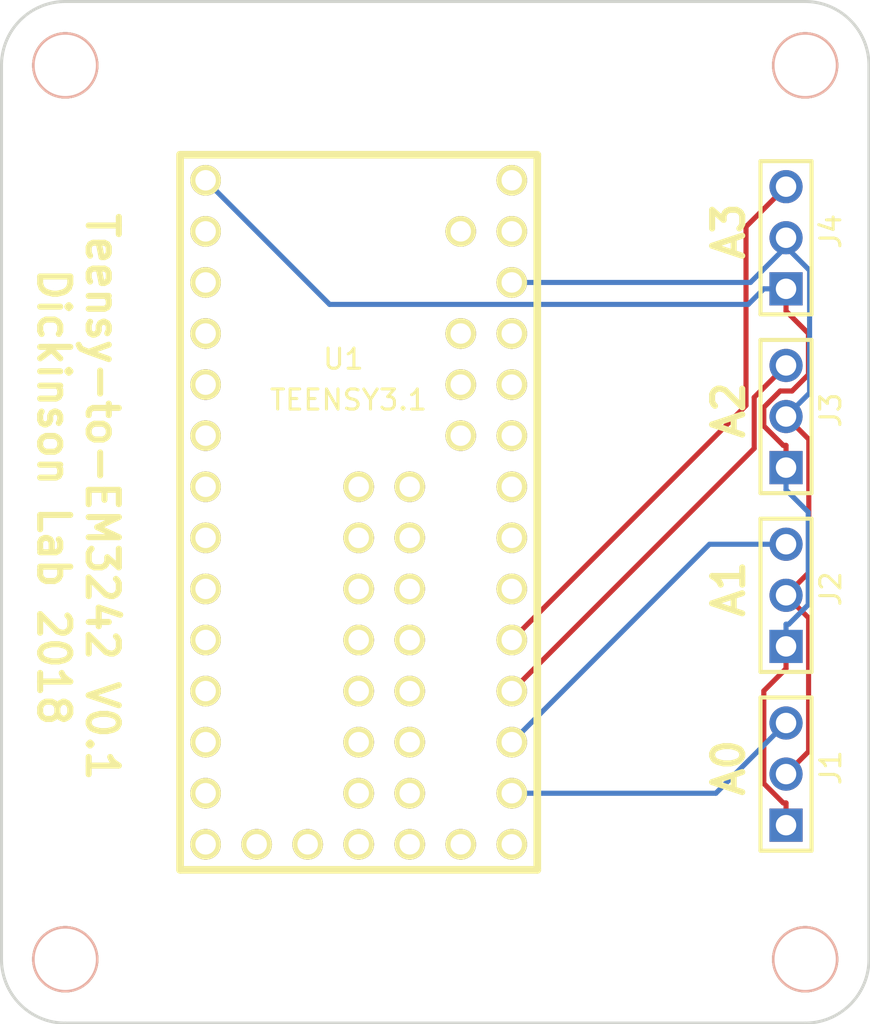
<source format=kicad_pcb>
(kicad_pcb (version 4) (host pcbnew 4.0.7-e2-6376~58~ubuntu16.04.1)

  (general
    (links 12)
    (no_connects 0)
    (area 50.724999 50.724999 94.055001 101.675001)
    (thickness 1.6)
    (drawings 13)
    (tracks 48)
    (zones 0)
    (modules 9)
    (nets 52)
  )

  (page A4)
  (layers
    (0 F.Cu signal)
    (31 B.Cu signal)
    (32 B.Adhes user)
    (33 F.Adhes user)
    (34 B.Paste user)
    (35 F.Paste user)
    (36 B.SilkS user)
    (37 F.SilkS user)
    (38 B.Mask user)
    (39 F.Mask user)
    (40 Dwgs.User user)
    (41 Cmts.User user)
    (42 Eco1.User user)
    (43 Eco2.User user)
    (44 Edge.Cuts user)
    (45 Margin user)
    (46 B.CrtYd user)
    (47 F.CrtYd user)
    (48 B.Fab user)
    (49 F.Fab user)
  )

  (setup
    (last_trace_width 0.254)
    (trace_clearance 0.1524)
    (zone_clearance 0.508)
    (zone_45_only no)
    (trace_min 0.1524)
    (segment_width 0.2)
    (edge_width 0.15)
    (via_size 0.6858)
    (via_drill 0.3302)
    (via_min_size 0.6858)
    (via_min_drill 0.3302)
    (uvia_size 0.6858)
    (uvia_drill 0.3302)
    (uvias_allowed no)
    (uvia_min_size 0)
    (uvia_min_drill 0)
    (pcb_text_width 0.3)
    (pcb_text_size 1.5 1.5)
    (mod_edge_width 0.15)
    (mod_text_size 1 1)
    (mod_text_width 0.15)
    (pad_size 1.524 1.524)
    (pad_drill 0.762)
    (pad_to_mask_clearance 0.2)
    (aux_axis_origin 0 0)
    (visible_elements FFFFFF7F)
    (pcbplotparams
      (layerselection 0x010f0_80000001)
      (usegerberextensions false)
      (excludeedgelayer true)
      (linewidth 0.100000)
      (plotframeref false)
      (viasonmask false)
      (mode 1)
      (useauxorigin false)
      (hpglpennumber 1)
      (hpglpenspeed 20)
      (hpglpendiameter 15)
      (hpglpenoverlay 2)
      (psnegative false)
      (psa4output false)
      (plotreference true)
      (plotvalue true)
      (plotinvisibletext false)
      (padsonsilk false)
      (subtractmaskfromsilk false)
      (outputformat 1)
      (mirror false)
      (drillshape 0)
      (scaleselection 1)
      (outputdirectory gerber_v0p1/))
  )

  (net 0 "")
  (net 1 /GND)
  (net 2 /3V3)
  (net 3 /A0)
  (net 4 /A1)
  (net 5 /A2)
  (net 6 /A3)
  (net 7 "Net-(U1-Pad2)")
  (net 8 "Net-(U1-Pad3)")
  (net 9 "Net-(U1-Pad4)")
  (net 10 "Net-(U1-Pad5)")
  (net 11 "Net-(U1-Pad6)")
  (net 12 "Net-(U1-Pad7)")
  (net 13 "Net-(U1-Pad8)")
  (net 14 "Net-(U1-Pad9)")
  (net 15 "Net-(U1-Pad10)")
  (net 16 "Net-(U1-Pad11)")
  (net 17 "Net-(U1-Pad12)")
  (net 18 "Net-(U1-Pad13)")
  (net 19 "Net-(U1-Pad14)")
  (net 20 "Net-(U1-Pad15)")
  (net 21 "Net-(U1-Pad16)")
  (net 22 "Net-(U1-Pad17)")
  (net 23 "Net-(U1-Pad18)")
  (net 24 "Net-(U1-Pad19)")
  (net 25 "Net-(U1-Pad20)")
  (net 26 "Net-(U1-Pad25)")
  (net 27 "Net-(U1-Pad26)")
  (net 28 "Net-(U1-Pad27)")
  (net 29 "Net-(U1-Pad28)")
  (net 30 "Net-(U1-Pad29)")
  (net 31 "Net-(U1-Pad30)")
  (net 32 "Net-(U1-Pad32)")
  (net 33 "Net-(U1-Pad33)")
  (net 34 "Net-(U1-Pad34)")
  (net 35 "Net-(U1-Pad35)")
  (net 36 "Net-(U1-Pad36)")
  (net 37 "Net-(U1-Pad37)")
  (net 38 "Net-(U1-Pad38)")
  (net 39 "Net-(U1-Pad39)")
  (net 40 "Net-(U1-Pad40)")
  (net 41 "Net-(U1-Pad41)")
  (net 42 "Net-(U1-Pad42)")
  (net 43 "Net-(U1-Pad43)")
  (net 44 "Net-(U1-Pad44)")
  (net 45 "Net-(U1-Pad45)")
  (net 46 "Net-(U1-Pad46)")
  (net 47 "Net-(U1-Pad47)")
  (net 48 "Net-(U1-Pad48)")
  (net 49 "Net-(U1-Pad49)")
  (net 50 "Net-(U1-Pad50)")
  (net 51 "Net-(U1-Pad51)")

  (net_class Default "This is the default net class."
    (clearance 0.1524)
    (trace_width 0.254)
    (via_dia 0.6858)
    (via_drill 0.3302)
    (uvia_dia 0.6858)
    (uvia_drill 0.3302)
    (add_net /3V3)
    (add_net /A0)
    (add_net /A1)
    (add_net /A2)
    (add_net /A3)
    (add_net /GND)
    (add_net "Net-(U1-Pad10)")
    (add_net "Net-(U1-Pad11)")
    (add_net "Net-(U1-Pad12)")
    (add_net "Net-(U1-Pad13)")
    (add_net "Net-(U1-Pad14)")
    (add_net "Net-(U1-Pad15)")
    (add_net "Net-(U1-Pad16)")
    (add_net "Net-(U1-Pad17)")
    (add_net "Net-(U1-Pad18)")
    (add_net "Net-(U1-Pad19)")
    (add_net "Net-(U1-Pad2)")
    (add_net "Net-(U1-Pad20)")
    (add_net "Net-(U1-Pad25)")
    (add_net "Net-(U1-Pad26)")
    (add_net "Net-(U1-Pad27)")
    (add_net "Net-(U1-Pad28)")
    (add_net "Net-(U1-Pad29)")
    (add_net "Net-(U1-Pad3)")
    (add_net "Net-(U1-Pad30)")
    (add_net "Net-(U1-Pad32)")
    (add_net "Net-(U1-Pad33)")
    (add_net "Net-(U1-Pad34)")
    (add_net "Net-(U1-Pad35)")
    (add_net "Net-(U1-Pad36)")
    (add_net "Net-(U1-Pad37)")
    (add_net "Net-(U1-Pad38)")
    (add_net "Net-(U1-Pad39)")
    (add_net "Net-(U1-Pad4)")
    (add_net "Net-(U1-Pad40)")
    (add_net "Net-(U1-Pad41)")
    (add_net "Net-(U1-Pad42)")
    (add_net "Net-(U1-Pad43)")
    (add_net "Net-(U1-Pad44)")
    (add_net "Net-(U1-Pad45)")
    (add_net "Net-(U1-Pad46)")
    (add_net "Net-(U1-Pad47)")
    (add_net "Net-(U1-Pad48)")
    (add_net "Net-(U1-Pad49)")
    (add_net "Net-(U1-Pad5)")
    (add_net "Net-(U1-Pad50)")
    (add_net "Net-(U1-Pad51)")
    (add_net "Net-(U1-Pad6)")
    (add_net "Net-(U1-Pad7)")
    (add_net "Net-(U1-Pad8)")
    (add_net "Net-(U1-Pad9)")
  )

  (module HEADER_3X1:HEADER_3X1 (layer F.Cu) (tedit 5A594CAB) (tstamp 5A594642)
    (at 89.8525 89.2175 90)
    (path /5A59436A)
    (fp_text reference J1 (at 0.3175 2.2225 90) (layer F.SilkS)
      (effects (font (size 1 1) (thickness 0.15)))
    )
    (fp_text value PIN_ARRAY_3X1 (at 0 2.54 90) (layer F.Fab) hide
      (effects (font (size 1 1) (thickness 0.15)))
    )
    (fp_line (start -3.81 -1.27) (end -3.81 1.27) (layer F.SilkS) (width 0.2032))
    (fp_line (start -3.81 1.27) (end 3.81 1.27) (layer F.SilkS) (width 0.2032))
    (fp_line (start 3.81 1.27) (end 3.81 -1.27) (layer F.SilkS) (width 0.2032))
    (fp_line (start 3.81 -1.27) (end -3.81 -1.27) (layer F.SilkS) (width 0.2032))
    (pad 1 thru_hole rect (at -2.54 0 90) (size 1.651 1.651) (drill 1.016) (layers *.Cu *.Mask)
      (net 1 /GND))
    (pad 2 thru_hole circle (at 0 0 90) (size 1.651 1.651) (drill 1.016) (layers *.Cu *.Mask)
      (net 2 /3V3))
    (pad 3 thru_hole circle (at 2.54 0 90) (size 1.651 1.651) (drill 1.016) (layers *.Cu *.Mask)
      (net 3 /A0))
  )

  (module HEADER_3X1:HEADER_3X1 (layer F.Cu) (tedit 5A594CB0) (tstamp 5A594649)
    (at 89.8525 80.3275 90)
    (path /5A5943EB)
    (fp_text reference J2 (at 0.3175 2.2225 90) (layer F.SilkS)
      (effects (font (size 1 1) (thickness 0.15)))
    )
    (fp_text value PIN_ARRAY_3X1 (at 0 2.54 90) (layer F.Fab) hide
      (effects (font (size 1 1) (thickness 0.15)))
    )
    (fp_line (start -3.81 -1.27) (end -3.81 1.27) (layer F.SilkS) (width 0.2032))
    (fp_line (start -3.81 1.27) (end 3.81 1.27) (layer F.SilkS) (width 0.2032))
    (fp_line (start 3.81 1.27) (end 3.81 -1.27) (layer F.SilkS) (width 0.2032))
    (fp_line (start 3.81 -1.27) (end -3.81 -1.27) (layer F.SilkS) (width 0.2032))
    (pad 1 thru_hole rect (at -2.54 0 90) (size 1.651 1.651) (drill 1.016) (layers *.Cu *.Mask)
      (net 1 /GND))
    (pad 2 thru_hole circle (at 0 0 90) (size 1.651 1.651) (drill 1.016) (layers *.Cu *.Mask)
      (net 2 /3V3))
    (pad 3 thru_hole circle (at 2.54 0 90) (size 1.651 1.651) (drill 1.016) (layers *.Cu *.Mask)
      (net 4 /A1))
  )

  (module HEADER_3X1:HEADER_3X1 (layer F.Cu) (tedit 5A594CB5) (tstamp 5A594650)
    (at 89.8525 71.4375 90)
    (path /5A59443E)
    (fp_text reference J3 (at 0.3175 2.2225 90) (layer F.SilkS)
      (effects (font (size 1 1) (thickness 0.15)))
    )
    (fp_text value PIN_ARRAY_3X1 (at 0 2.54 90) (layer F.Fab) hide
      (effects (font (size 1 1) (thickness 0.15)))
    )
    (fp_line (start -3.81 -1.27) (end -3.81 1.27) (layer F.SilkS) (width 0.2032))
    (fp_line (start -3.81 1.27) (end 3.81 1.27) (layer F.SilkS) (width 0.2032))
    (fp_line (start 3.81 1.27) (end 3.81 -1.27) (layer F.SilkS) (width 0.2032))
    (fp_line (start 3.81 -1.27) (end -3.81 -1.27) (layer F.SilkS) (width 0.2032))
    (pad 1 thru_hole rect (at -2.54 0 90) (size 1.651 1.651) (drill 1.016) (layers *.Cu *.Mask)
      (net 1 /GND))
    (pad 2 thru_hole circle (at 0 0 90) (size 1.651 1.651) (drill 1.016) (layers *.Cu *.Mask)
      (net 2 /3V3))
    (pad 3 thru_hole circle (at 2.54 0 90) (size 1.651 1.651) (drill 1.016) (layers *.Cu *.Mask)
      (net 5 /A2))
  )

  (module HEADER_3X1:HEADER_3X1 (layer F.Cu) (tedit 5A594CB9) (tstamp 5A594657)
    (at 89.8525 62.5475 90)
    (path /5A59446D)
    (fp_text reference J4 (at 0.3175 2.2225 90) (layer F.SilkS)
      (effects (font (size 1 1) (thickness 0.15)))
    )
    (fp_text value PIN_ARRAY_3X1 (at 0 2.54 90) (layer F.Fab) hide
      (effects (font (size 1 1) (thickness 0.15)))
    )
    (fp_line (start -3.81 -1.27) (end -3.81 1.27) (layer F.SilkS) (width 0.2032))
    (fp_line (start -3.81 1.27) (end 3.81 1.27) (layer F.SilkS) (width 0.2032))
    (fp_line (start 3.81 1.27) (end 3.81 -1.27) (layer F.SilkS) (width 0.2032))
    (fp_line (start 3.81 -1.27) (end -3.81 -1.27) (layer F.SilkS) (width 0.2032))
    (pad 1 thru_hole rect (at -2.54 0 90) (size 1.651 1.651) (drill 1.016) (layers *.Cu *.Mask)
      (net 1 /GND))
    (pad 2 thru_hole circle (at 0 0 90) (size 1.651 1.651) (drill 1.016) (layers *.Cu *.Mask)
      (net 2 /3V3))
    (pad 3 thru_hole circle (at 2.54 0 90) (size 1.651 1.651) (drill 1.016) (layers *.Cu *.Mask)
      (net 6 /A3))
  )

  (module TEENSY3X:TEENSY3X (layer F.Cu) (tedit 54ECFD4A) (tstamp 5A59468E)
    (at 68.58 76.2)
    (path /5A594312)
    (fp_text reference U1 (at -0.762 -7.62) (layer F.SilkS)
      (effects (font (size 1 1) (thickness 0.15)))
    )
    (fp_text value TEENSY3.1 (at -0.508 -5.588) (layer F.SilkS)
      (effects (font (size 1 1) (thickness 0.15)))
    )
    (fp_line (start -8.89 -17.78) (end -8.89 17.78) (layer F.SilkS) (width 0.381))
    (fp_line (start -8.89 17.78) (end 8.89 17.78) (layer F.SilkS) (width 0.381))
    (fp_line (start 8.89 17.78) (end 8.89 -17.78) (layer F.SilkS) (width 0.381))
    (fp_line (start 8.89 -17.78) (end -8.89 -17.78) (layer F.SilkS) (width 0.381))
    (pad 1 thru_hole circle (at -7.62 -16.51) (size 1.524 1.524) (drill 1.016) (layers *.Cu *.Mask F.SilkS)
      (net 1 /GND))
    (pad 2 thru_hole circle (at -7.62 -13.97) (size 1.524 1.524) (drill 1.016) (layers *.Cu *.Mask F.SilkS)
      (net 7 "Net-(U1-Pad2)"))
    (pad 3 thru_hole circle (at -7.62 -11.43) (size 1.524 1.524) (drill 1.016) (layers *.Cu *.Mask F.SilkS)
      (net 8 "Net-(U1-Pad3)"))
    (pad 4 thru_hole circle (at -7.62 -8.89) (size 1.524 1.524) (drill 1.016) (layers *.Cu *.Mask F.SilkS)
      (net 9 "Net-(U1-Pad4)"))
    (pad 5 thru_hole circle (at -7.62 -6.35) (size 1.524 1.524) (drill 1.016) (layers *.Cu *.Mask F.SilkS)
      (net 10 "Net-(U1-Pad5)"))
    (pad 6 thru_hole circle (at -7.62 -3.81) (size 1.524 1.524) (drill 1.016) (layers *.Cu *.Mask F.SilkS)
      (net 11 "Net-(U1-Pad6)"))
    (pad 7 thru_hole circle (at -7.62 -1.27) (size 1.524 1.524) (drill 1.016) (layers *.Cu *.Mask F.SilkS)
      (net 12 "Net-(U1-Pad7)"))
    (pad 8 thru_hole circle (at -7.62 1.27) (size 1.524 1.524) (drill 1.016) (layers *.Cu *.Mask F.SilkS)
      (net 13 "Net-(U1-Pad8)"))
    (pad 9 thru_hole circle (at -7.62 3.81) (size 1.524 1.524) (drill 1.016) (layers *.Cu *.Mask F.SilkS)
      (net 14 "Net-(U1-Pad9)"))
    (pad 10 thru_hole circle (at -7.62 6.35) (size 1.524 1.524) (drill 1.016) (layers *.Cu *.Mask F.SilkS)
      (net 15 "Net-(U1-Pad10)"))
    (pad 11 thru_hole circle (at -7.62 8.89) (size 1.524 1.524) (drill 1.016) (layers *.Cu *.Mask F.SilkS)
      (net 16 "Net-(U1-Pad11)"))
    (pad 12 thru_hole circle (at -7.62 11.43) (size 1.524 1.524) (drill 1.016) (layers *.Cu *.Mask F.SilkS)
      (net 17 "Net-(U1-Pad12)"))
    (pad 13 thru_hole circle (at -7.62 13.97) (size 1.524 1.524) (drill 1.016) (layers *.Cu *.Mask F.SilkS)
      (net 18 "Net-(U1-Pad13)"))
    (pad 14 thru_hole circle (at -7.62 16.51) (size 1.524 1.524) (drill 1.016) (layers *.Cu *.Mask F.SilkS)
      (net 19 "Net-(U1-Pad14)"))
    (pad 15 thru_hole circle (at -5.08 16.51) (size 1.524 1.524) (drill 1.016) (layers *.Cu *.Mask F.SilkS)
      (net 20 "Net-(U1-Pad15)"))
    (pad 16 thru_hole circle (at -2.54 16.51) (size 1.524 1.524) (drill 1.016) (layers *.Cu *.Mask F.SilkS)
      (net 21 "Net-(U1-Pad16)"))
    (pad 17 thru_hole circle (at 0 16.51) (size 1.524 1.524) (drill 1.016) (layers *.Cu *.Mask F.SilkS)
      (net 22 "Net-(U1-Pad17)"))
    (pad 18 thru_hole circle (at 2.54 16.51) (size 1.524 1.524) (drill 1.016) (layers *.Cu *.Mask F.SilkS)
      (net 23 "Net-(U1-Pad18)"))
    (pad 19 thru_hole circle (at 5.08 16.51) (size 1.524 1.524) (drill 1.016) (layers *.Cu *.Mask F.SilkS)
      (net 24 "Net-(U1-Pad19)"))
    (pad 20 thru_hole circle (at 7.62 16.51) (size 1.524 1.524) (drill 1.016) (layers *.Cu *.Mask F.SilkS)
      (net 25 "Net-(U1-Pad20)"))
    (pad 21 thru_hole circle (at 7.62 13.97) (size 1.524 1.524) (drill 1.016) (layers *.Cu *.Mask F.SilkS)
      (net 3 /A0))
    (pad 22 thru_hole circle (at 7.62 11.43) (size 1.524 1.524) (drill 1.016) (layers *.Cu *.Mask F.SilkS)
      (net 4 /A1))
    (pad 23 thru_hole circle (at 7.62 8.89) (size 1.524 1.524) (drill 1.016) (layers *.Cu *.Mask F.SilkS)
      (net 5 /A2))
    (pad 24 thru_hole circle (at 7.62 6.35) (size 1.524 1.524) (drill 1.016) (layers *.Cu *.Mask F.SilkS)
      (net 6 /A3))
    (pad 25 thru_hole circle (at 7.62 3.81) (size 1.524 1.524) (drill 1.016) (layers *.Cu *.Mask F.SilkS)
      (net 26 "Net-(U1-Pad25)"))
    (pad 26 thru_hole circle (at 7.62 1.27) (size 1.524 1.524) (drill 1.016) (layers *.Cu *.Mask F.SilkS)
      (net 27 "Net-(U1-Pad26)"))
    (pad 27 thru_hole circle (at 7.62 -1.27) (size 1.524 1.524) (drill 1.016) (layers *.Cu *.Mask F.SilkS)
      (net 28 "Net-(U1-Pad27)"))
    (pad 28 thru_hole circle (at 7.62 -3.81) (size 1.524 1.524) (drill 1.016) (layers *.Cu *.Mask F.SilkS)
      (net 29 "Net-(U1-Pad28)"))
    (pad 29 thru_hole circle (at 7.62 -6.35) (size 1.524 1.524) (drill 1.016) (layers *.Cu *.Mask F.SilkS)
      (net 30 "Net-(U1-Pad29)"))
    (pad 30 thru_hole circle (at 7.62 -8.89) (size 1.524 1.524) (drill 1.016) (layers *.Cu *.Mask F.SilkS)
      (net 31 "Net-(U1-Pad30)"))
    (pad 31 thru_hole circle (at 7.62 -11.43) (size 1.524 1.524) (drill 1.016) (layers *.Cu *.Mask F.SilkS)
      (net 2 /3V3))
    (pad 32 thru_hole circle (at 7.62 -13.97) (size 1.524 1.524) (drill 1.016) (layers *.Cu *.Mask F.SilkS)
      (net 32 "Net-(U1-Pad32)"))
    (pad 33 thru_hole circle (at 7.62 -16.51) (size 1.524 1.524) (drill 1.016) (layers *.Cu *.Mask F.SilkS)
      (net 33 "Net-(U1-Pad33)"))
    (pad 34 thru_hole circle (at 0 -1.27) (size 1.524 1.524) (drill 1.016) (layers *.Cu *.Mask F.SilkS)
      (net 34 "Net-(U1-Pad34)"))
    (pad 35 thru_hole circle (at 0 1.27) (size 1.524 1.524) (drill 1.016) (layers *.Cu *.Mask F.SilkS)
      (net 35 "Net-(U1-Pad35)"))
    (pad 36 thru_hole circle (at 0 3.81) (size 1.524 1.524) (drill 1.016) (layers *.Cu *.Mask F.SilkS)
      (net 36 "Net-(U1-Pad36)"))
    (pad 37 thru_hole circle (at 0 6.35) (size 1.524 1.524) (drill 1.016) (layers *.Cu *.Mask F.SilkS)
      (net 37 "Net-(U1-Pad37)"))
    (pad 38 thru_hole circle (at 0 8.89) (size 1.524 1.524) (drill 1.016) (layers *.Cu *.Mask F.SilkS)
      (net 38 "Net-(U1-Pad38)"))
    (pad 39 thru_hole circle (at 0 11.43) (size 1.524 1.524) (drill 1.016) (layers *.Cu *.Mask F.SilkS)
      (net 39 "Net-(U1-Pad39)"))
    (pad 40 thru_hole circle (at 0 13.97) (size 1.524 1.524) (drill 1.016) (layers *.Cu *.Mask F.SilkS)
      (net 40 "Net-(U1-Pad40)"))
    (pad 41 thru_hole circle (at 2.54 13.97) (size 1.524 1.524) (drill 1.016) (layers *.Cu *.Mask F.SilkS)
      (net 41 "Net-(U1-Pad41)"))
    (pad 42 thru_hole circle (at 2.54 11.43) (size 1.524 1.524) (drill 1.016) (layers *.Cu *.Mask F.SilkS)
      (net 42 "Net-(U1-Pad42)"))
    (pad 43 thru_hole circle (at 2.54 8.89) (size 1.524 1.524) (drill 1.016) (layers *.Cu *.Mask F.SilkS)
      (net 43 "Net-(U1-Pad43)"))
    (pad 44 thru_hole circle (at 2.54 6.35) (size 1.524 1.524) (drill 1.016) (layers *.Cu *.Mask F.SilkS)
      (net 44 "Net-(U1-Pad44)"))
    (pad 45 thru_hole circle (at 2.54 3.81) (size 1.524 1.524) (drill 1.016) (layers *.Cu *.Mask F.SilkS)
      (net 45 "Net-(U1-Pad45)"))
    (pad 46 thru_hole circle (at 2.54 1.27) (size 1.524 1.524) (drill 1.016) (layers *.Cu *.Mask F.SilkS)
      (net 46 "Net-(U1-Pad46)"))
    (pad 47 thru_hole circle (at 2.54 -1.27) (size 1.524 1.524) (drill 1.016) (layers *.Cu *.Mask F.SilkS)
      (net 47 "Net-(U1-Pad47)"))
    (pad 48 thru_hole circle (at 5.08 -3.81) (size 1.524 1.524) (drill 1.016) (layers *.Cu *.Mask F.SilkS)
      (net 48 "Net-(U1-Pad48)"))
    (pad 49 thru_hole circle (at 5.08 -6.35) (size 1.524 1.524) (drill 1.016) (layers *.Cu *.Mask F.SilkS)
      (net 49 "Net-(U1-Pad49)"))
    (pad 50 thru_hole circle (at 5.08 -8.89) (size 1.524 1.524) (drill 1.016) (layers *.Cu *.Mask F.SilkS)
      (net 50 "Net-(U1-Pad50)"))
    (pad 51 thru_hole circle (at 5.08 -13.97) (size 1.524 1.524) (drill 1.016) (layers *.Cu *.Mask F.SilkS)
      (net 51 "Net-(U1-Pad51)"))
  )

  (module hole_4-40:MOUNT_HOLE_4_40 (layer F.Cu) (tedit 5A594D55) (tstamp 5A62B323)
    (at 53.975 53.975)
    (fp_text reference M1 (at 0 -2.032) (layer F.SilkS) hide
      (effects (font (size 0.254 0.254) (thickness 0.0635)))
    )
    (fp_text value VAL** (at 0 2.032) (layer F.SilkS) hide
      (effects (font (size 0.254 0.254) (thickness 0.0635)))
    )
    (pad "" thru_hole circle (at 0 0) (size 3.302 3.302) (drill 3.048) (layers *.Cu *.SilkS *.Mask))
  )

  (module hole_4-40:MOUNT_HOLE_4_40 (layer F.Cu) (tedit 5A594D5F) (tstamp 5A62B32C)
    (at 90.805 53.975)
    (fp_text reference M2 (at 0 -2.032) (layer F.SilkS) hide
      (effects (font (size 0.254 0.254) (thickness 0.0635)))
    )
    (fp_text value VAL** (at 0 2.032) (layer F.SilkS) hide
      (effects (font (size 0.254 0.254) (thickness 0.0635)))
    )
    (pad "" thru_hole circle (at 0 0) (size 3.302 3.302) (drill 3.048) (layers *.Cu *.SilkS *.Mask))
  )

  (module hole_4-40:MOUNT_HOLE_4_40 (layer F.Cu) (tedit 5A594D6D) (tstamp 5A62B335)
    (at 90.805 98.425)
    (fp_text reference M3 (at 0 -2.032) (layer F.SilkS) hide
      (effects (font (size 0.254 0.254) (thickness 0.0635)))
    )
    (fp_text value VAL** (at 0 2.032) (layer F.SilkS) hide
      (effects (font (size 0.254 0.254) (thickness 0.0635)))
    )
    (pad "" thru_hole circle (at 0 0) (size 3.302 3.302) (drill 3.048) (layers *.Cu *.SilkS *.Mask))
  )

  (module hole_4-40:MOUNT_HOLE_4_40 (layer F.Cu) (tedit 5A594D78) (tstamp 5A62B33E)
    (at 53.975 98.425)
    (fp_text reference M4 (at 0 -2.032) (layer F.SilkS) hide
      (effects (font (size 0.254 0.254) (thickness 0.0635)))
    )
    (fp_text value VAL** (at 0 2.032) (layer F.SilkS) hide
      (effects (font (size 0.254 0.254) (thickness 0.0635)))
    )
    (pad "" thru_hole circle (at 0 0) (size 3.302 3.302) (drill 3.048) (layers *.Cu *.SilkS *.Mask))
  )

  (gr_text A2 (at 86.995 71.12 90) (layer F.SilkS)
    (effects (font (size 1.5 1.5) (thickness 0.3)))
  )
  (gr_text A3 (at 86.995 62.23 90) (layer F.SilkS)
    (effects (font (size 1.5 1.5) (thickness 0.3)))
  )
  (gr_text A1 (at 86.995 80.01 90) (layer F.SilkS)
    (effects (font (size 1.5 1.5) (thickness 0.3)))
  )
  (gr_text A0 (at 86.995 88.9 90) (layer F.SilkS)
    (effects (font (size 1.5 1.5) (thickness 0.3)))
  )
  (gr_text "Teensy-to-EM3242 V0.1\nDickinson Lab 2018" (at 54.61 75.438 270) (layer F.SilkS)
    (effects (font (size 1.5 1.5) (thickness 0.3)))
  )
  (gr_line (start 90.805 101.6) (end 53.975 101.6) (angle 90) (layer Edge.Cuts) (width 0.15))
  (gr_line (start 53.975 50.8) (end 90.805 50.8) (angle 90) (layer Edge.Cuts) (width 0.15))
  (gr_line (start 93.98 98.425) (end 93.98 53.975) (angle 90) (layer Edge.Cuts) (width 0.15))
  (gr_line (start 50.8 53.975) (end 50.8 98.425) (angle 90) (layer Edge.Cuts) (width 0.15))
  (gr_arc (start 53.975 98.425) (end 53.975 101.6) (angle 90) (layer Edge.Cuts) (width 0.15))
  (gr_arc (start 90.805 98.425) (end 93.98 98.425) (angle 90) (layer Edge.Cuts) (width 0.15))
  (gr_arc (start 90.805 53.975) (end 90.805 50.8) (angle 90) (layer Edge.Cuts) (width 0.15))
  (gr_arc (start 53.975 53.975) (end 50.8 53.975) (angle 90) (layer Edge.Cuts) (width 0.15))

  (segment (start 89.7142 90.6523) (end 89.8525 90.6523) (width 0.254) (layer F.Cu) (net 1))
  (segment (start 88.7473 89.6854) (end 89.7142 90.6523) (width 0.254) (layer F.Cu) (net 1))
  (segment (start 88.7473 85.0779) (end 88.7473 89.6854) (width 0.254) (layer F.Cu) (net 1))
  (segment (start 89.8525 83.9727) (end 88.7473 85.0779) (width 0.254) (layer F.Cu) (net 1))
  (segment (start 89.8525 82.8675) (end 89.8525 83.9727) (width 0.254) (layer F.Cu) (net 1))
  (segment (start 89.8525 91.7575) (end 89.8525 90.6523) (width 0.254) (layer F.Cu) (net 1))
  (segment (start 87.9734 65.8614) (end 88.7473 65.0875) (width 0.254) (layer B.Cu) (net 1))
  (segment (start 67.1314 65.8614) (end 87.9734 65.8614) (width 0.254) (layer B.Cu) (net 1))
  (segment (start 60.96 59.69) (end 67.1314 65.8614) (width 0.254) (layer B.Cu) (net 1))
  (segment (start 89.8525 65.0875) (end 88.7473 65.0875) (width 0.254) (layer B.Cu) (net 1))
  (segment (start 89.7142 72.8723) (end 89.8525 72.8723) (width 0.254) (layer F.Cu) (net 1))
  (segment (start 88.7473 71.9054) (end 89.7142 72.8723) (width 0.254) (layer F.Cu) (net 1))
  (segment (start 88.7473 70.9794) (end 88.7473 71.9054) (width 0.254) (layer F.Cu) (net 1))
  (segment (start 89.5592 70.1675) (end 88.7473 70.9794) (width 0.254) (layer F.Cu) (net 1))
  (segment (start 90.1523 70.1675) (end 89.5592 70.1675) (width 0.254) (layer F.Cu) (net 1))
  (segment (start 90.9674 69.3524) (end 90.1523 70.1675) (width 0.254) (layer F.Cu) (net 1))
  (segment (start 90.9674 67.3076) (end 90.9674 69.3524) (width 0.254) (layer F.Cu) (net 1))
  (segment (start 89.8525 66.1927) (end 90.9674 67.3076) (width 0.254) (layer F.Cu) (net 1))
  (segment (start 89.8525 73.9775) (end 89.8525 72.8723) (width 0.254) (layer F.Cu) (net 1))
  (segment (start 89.8525 65.0875) (end 89.8525 66.1927) (width 0.254) (layer F.Cu) (net 1))
  (segment (start 89.9908 81.7623) (end 89.8525 81.7623) (width 0.254) (layer B.Cu) (net 1))
  (segment (start 90.9577 80.7954) (end 89.9908 81.7623) (width 0.254) (layer B.Cu) (net 1))
  (segment (start 90.9577 76.1879) (end 90.9577 80.7954) (width 0.254) (layer B.Cu) (net 1))
  (segment (start 89.8525 75.0827) (end 90.9577 76.1879) (width 0.254) (layer B.Cu) (net 1))
  (segment (start 89.8525 73.9775) (end 89.8525 75.0827) (width 0.254) (layer B.Cu) (net 1))
  (segment (start 89.8525 82.8675) (end 89.8525 81.7623) (width 0.254) (layer B.Cu) (net 1))
  (segment (start 90.9746 88.0954) (end 89.8525 89.2175) (width 0.254) (layer F.Cu) (net 2))
  (segment (start 90.9746 81.4496) (end 90.9746 88.0954) (width 0.254) (layer F.Cu) (net 2))
  (segment (start 89.8525 80.3275) (end 90.9746 81.4496) (width 0.254) (layer F.Cu) (net 2))
  (segment (start 90.9865 79.1935) (end 89.8525 80.3275) (width 0.254) (layer F.Cu) (net 2))
  (segment (start 90.9865 72.5715) (end 90.9865 79.1935) (width 0.254) (layer F.Cu) (net 2))
  (segment (start 89.8525 71.4375) (end 90.9865 72.5715) (width 0.254) (layer F.Cu) (net 2))
  (segment (start 89.8525 62.9984) (end 89.8525 62.5475) (width 0.254) (layer B.Cu) (net 2))
  (segment (start 88.0809 64.77) (end 89.8525 62.9984) (width 0.254) (layer B.Cu) (net 2))
  (segment (start 76.2 64.77) (end 88.0809 64.77) (width 0.254) (layer B.Cu) (net 2))
  (segment (start 91.0248 70.2652) (end 89.8525 71.4375) (width 0.254) (layer B.Cu) (net 2))
  (segment (start 91.0248 64.1707) (end 91.0248 70.2652) (width 0.254) (layer B.Cu) (net 2))
  (segment (start 89.8525 62.9984) (end 91.0248 64.1707) (width 0.254) (layer B.Cu) (net 2))
  (segment (start 86.36 90.17) (end 89.8525 86.6775) (width 0.254) (layer B.Cu) (net 3))
  (segment (start 76.2 90.17) (end 86.36 90.17) (width 0.254) (layer B.Cu) (net 3))
  (segment (start 86.0425 77.7875) (end 89.8525 77.7875) (width 0.254) (layer B.Cu) (net 4))
  (segment (start 76.2 87.63) (end 86.0425 77.7875) (width 0.254) (layer B.Cu) (net 4))
  (segment (start 88.2673 73.0227) (end 76.2 85.09) (width 0.254) (layer F.Cu) (net 5))
  (segment (start 88.2673 70.4827) (end 88.2673 73.0227) (width 0.254) (layer F.Cu) (net 5))
  (segment (start 89.8525 68.8975) (end 88.2673 70.4827) (width 0.254) (layer F.Cu) (net 5))
  (segment (start 87.8606 70.8894) (end 76.2 82.55) (width 0.254) (layer F.Cu) (net 6))
  (segment (start 87.8606 61.9994) (end 87.8606 70.8894) (width 0.254) (layer F.Cu) (net 6))
  (segment (start 89.8525 60.0075) (end 87.8606 61.9994) (width 0.254) (layer F.Cu) (net 6))

)

</source>
